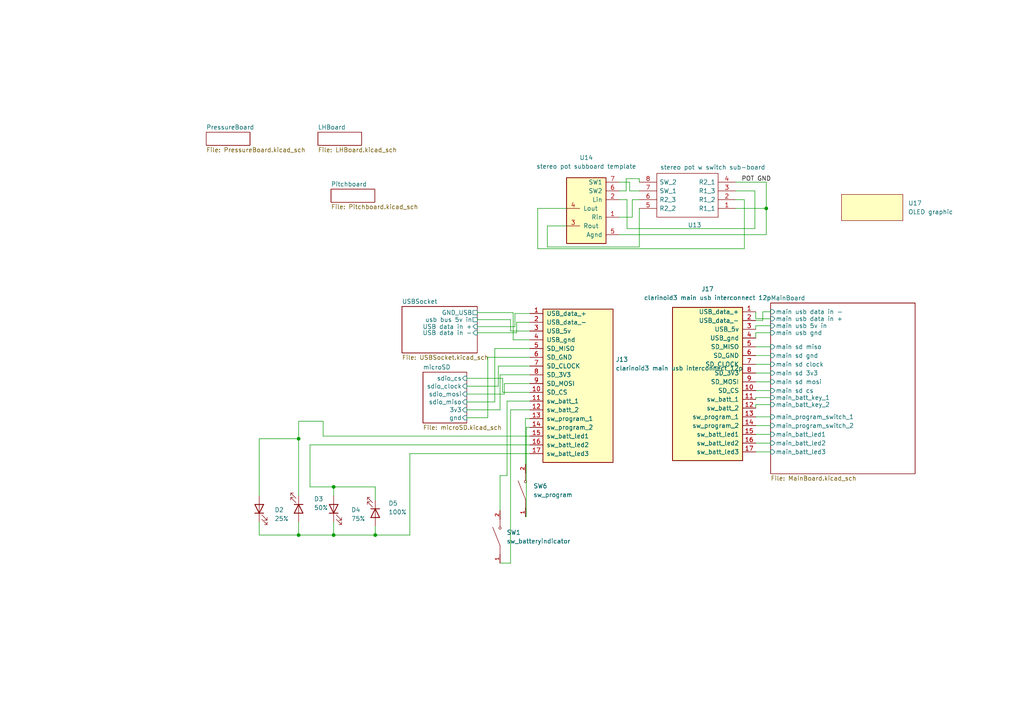
<source format=kicad_sch>
(kicad_sch (version 20211123) (generator eeschema)
  (paper "A4")
  (lib_symbols
    (symbol "Device:LED" (pin_numbers hide) (pin_names (offset 1.016) hide)
      (property "Reference" "D" (at 0 2.54 0))
      (property "Value" "LED" (at 0 -2.54 0))
      (symbol "LED_0_1"
        (polyline (pts (xy -1.27 -1.27) (xy -1.27 1.27)) (stroke (width 0.254)))
        (polyline (pts (xy -1.27 0) (xy 1.27 0)))
        (polyline (pts (xy 1.27 -1.27) (xy 1.27 1.27) (xy -1.27 0) (xy 1.27 -1.27)) (stroke (width 0.254)))
        (polyline (pts (xy -3.048 -0.762) (xy -4.572 -2.286) (xy -3.81 -2.286) (xy -4.572 -2.286) (xy -4.572 -1.524)))
        (polyline (pts (xy -1.778 -0.762) (xy -3.302 -2.286) (xy -2.54 -2.286) (xy -3.302 -2.286) (xy -3.302 -1.524)))
      )
      (symbol "LED_1_1"
        (pin passive line (at -3.81 0 0) (length 2.54) (name "K") (number "1"))
        (pin passive line (at 3.81 0 180) (length 2.54) (name "A") (number "2"))
      )
    )
    (symbol "SamacSys_Parts:PTR902-2020K-A103" (pin_names (offset 0.762))
      (property "Reference" "R" (at 24.13 7.62 0))
      (property "Value" "PTR902-2020K-A103" (at 24.13 5.08 0))
      (symbol "PTR902-2020K-A103_0_0"
        (pin passive line (at 0 0 0) (length 5.08) (name "R1_1") (number "1"))
        (pin passive line (at 0 -2.54 0) (length 5.08) (name "R1_2") (number "2"))
        (pin passive line (at 0 -5.08 0) (length 5.08) (name "R1_3") (number "3"))
        (pin passive line (at 0 -7.62 0) (length 5.08) (name "R2_1") (number "4"))
        (pin passive line (at 27.94 0 180) (length 5.08) (name "R2_2") (number "5"))
        (pin passive line (at 27.94 -2.54 180) (length 5.08) (name "R2_3") (number "6"))
        (pin passive line (at 27.94 -5.08 180) (length 5.08) (name "SW_1") (number "7"))
        (pin passive line (at 27.94 -7.62 180) (length 5.08) (name "SW_2") (number "8"))
      )
      (symbol "PTR902-2020K-A103_0_1"
        (polyline (pts (xy 5.08 2.54) (xy 22.86 2.54) (xy 22.86 -10.16) (xy 5.08 -10.16) (xy 5.08 2.54)) (stroke (width 0.1524)))
      )
    )
    (symbol "clarinoid2:Placeholder" (in_bom no)
      (property "Reference" "U" (at 0 0 0))
      (property "Value" "Placeholder" (at 0 -1.27 0))
      (symbol "Placeholder_0_1"
        (rectangle (start -8.89 2.54) (end 8.89 -5.08) (fill (type background)))
      )
    )
    (symbol "clarinoid2:StereoPot_SW_CommonAudioGND" (pin_names (offset 1.016))
      (property "Reference" "J" (at 0 10.16 0))
      (property "Value" "StereoPot_SW_CommonAudioGND" (at 2.54 -11.43 0))
      (symbol "StereoPot_SW_CommonAudioGND_1_1"
        (rectangle (start -1.27 8.89) (end 10.16 -10.16) (stroke (width 0.254)) (fill (type background)))
        (pin passive line (at -5.08 -2.54 0) (length 3.81) (name "Rin") (number "1"))
        (pin input line (at -5.08 2.54 0) (length 3.81) (name "Lin") (number "2"))
        (pin input line (at 10.16 -5.08 180) (length 3.81) (name "Rout") (number "3"))
        (pin output line (at 10.16 0 180) (length 3.81) (name "Lout") (number "4"))
        (pin output line (at -5.08 -7.62 0) (length 3.81) (name "Agnd") (number "5"))
        (pin passive line (at -5.08 5.08 0) (length 3.81) (name "SW2") (number "6"))
        (pin passive line (at -5.08 7.62 0) (length 3.81) (name "SW1") (number "7"))
      )
    )
    (symbol "clarinoid2:XKB tactile switch jlcpcb TS-1187A-B-A-B" (pin_names (offset 1.016) hide)
      (property "Reference" "S" (at -2.54 2.54 0))
      (property "Value" "XKB tactile switch jlcpcb TS-1187A-B-A-B" (at -2.54 -2.54 0))
      (symbol "XKB tactile switch jlcpcb TS-1187A-B-A-B_0_0"
        (polyline (pts (xy -2.54 0) (xy -5.08 0)) (stroke (width 0.1524)))
        (polyline (pts (xy -2.54 0) (xy 2.794 2.1336)) (stroke (width 0.1524)))
        (polyline (pts (xy 5.08 0) (xy 2.921 0)) (stroke (width 0.1524)))
        (circle (center 2.54 0) (radius 0.3302) (stroke (width 0.1524)))
        (pin passive line (at -7.62 0 0) (length 2.54) (name "~") (number "1"))
        (pin passive line (at 7.62 0 180) (length 2.54) (name "~") (number "2"))
      )
    )
    (symbol "clarinoid2:clarinoid3 main usb interconnect 17p" (pin_names (offset 1.016))
      (property "Reference" "J" (at 0 10.16 0))
      (property "Value" "clarinoid3 main usb interconnect 17p" (at 1.27 -31.75 0))
      (symbol "clarinoid3 main usb interconnect 17p_1_1"
        (rectangle (start -1.27 20.32) (end 19.05 -24.13) (stroke (width 0.254)) (fill (type background)))
        (pin passive line (at -5.08 19.05 0) (length 3.81) (name "USB_data_+") (number "1"))
        (pin passive line (at -5.08 -3.81 0) (length 3.81) (name "SD_CS") (number "10"))
        (pin passive line (at -5.08 -6.35 0) (length 3.81) (name "sw_batt_1") (number "11"))
        (pin passive line (at -5.08 -8.89 0) (length 3.81) (name "sw_batt_2") (number "12"))
        (pin passive line (at -5.08 -11.43 0) (length 3.81) (name "sw_program_1") (number "13"))
        (pin passive line (at -5.08 -13.97 0) (length 3.81) (name "sw_program_2") (number "14"))
        (pin passive line (at -5.08 -16.51 0) (length 3.81) (name "sw_batt_led1") (number "15"))
        (pin passive line (at -5.08 -19.05 0) (length 3.81) (name "sw_batt_led2") (number "16"))
        (pin passive line (at -5.08 -21.59 0) (length 3.81) (name "sw_batt_led3") (number "17"))
        (pin passive line (at -5.08 16.51 0) (length 3.81) (name "USB_data_-") (number "2"))
        (pin passive line (at -5.08 13.97 0) (length 3.81) (name "USB_5v") (number "3"))
        (pin passive line (at -5.08 11.43 0) (length 3.81) (name "USB_gnd") (number "4"))
        (pin passive line (at -5.08 8.89 0) (length 3.81) (name "SD_MISO") (number "5"))
        (pin passive line (at -5.08 6.35 0) (length 3.81) (name "SD_GND") (number "6"))
        (pin passive line (at -5.08 3.81 0) (length 3.81) (name "SD_CLOCK") (number "7"))
        (pin passive line (at -5.08 1.27 0) (length 3.81) (name "SD_3V3") (number "8"))
        (pin passive line (at -5.08 -1.27 0) (length 3.81) (name "SD_MOSI") (number "9"))
      )
    )
    (symbol "clarinoid3 main usb interconnect 17p_1" (pin_names (offset 1.016))
      (property "Reference" "J" (at 0 10.16 0))
      (property "Value" "clarinoid3 main usb interconnect 17p_1" (at 1.27 -31.75 0))
      (symbol "clarinoid3 main usb interconnect 17p_1_1_1"
        (rectangle (start -1.27 20.32) (end 19.05 -24.13) (stroke (width 0.254)) (fill (type background)))
        (pin passive line (at -5.08 19.05 0) (length 3.81) (name "USB_data_+") (number "1"))
        (pin passive line (at -5.08 -3.81 0) (length 3.81) (name "SD_CS") (number "10"))
        (pin passive line (at -5.08 -6.35 0) (length 3.81) (name "sw_batt_1") (number "11"))
        (pin passive line (at -5.08 -8.89 0) (length 3.81) (name "sw_batt_2") (number "12"))
        (pin passive line (at -5.08 -11.43 0) (length 3.81) (name "sw_program_1") (number "13"))
        (pin passive line (at -5.08 -13.97 0) (length 3.81) (name "sw_program_2") (number "14"))
        (pin passive line (at -5.08 -16.51 0) (length 3.81) (name "sw_batt_led1") (number "15"))
        (pin passive line (at -5.08 -19.05 0) (length 3.81) (name "sw_batt_led2") (number "16"))
        (pin passive line (at -5.08 -21.59 0) (length 3.81) (name "sw_batt_led3") (number "17"))
        (pin passive line (at -5.08 16.51 0) (length 3.81) (name "USB_data_-") (number "2"))
        (pin passive line (at -5.08 13.97 0) (length 3.81) (name "USB_5v") (number "3"))
        (pin passive line (at -5.08 11.43 0) (length 3.81) (name "USB_gnd") (number "4"))
        (pin passive line (at -5.08 8.89 0) (length 3.81) (name "SD_MISO") (number "5"))
        (pin passive line (at -5.08 6.35 0) (length 3.81) (name "SD_GND") (number "6"))
        (pin passive line (at -5.08 3.81 0) (length 3.81) (name "SD_CLOCK") (number "7"))
        (pin passive line (at -5.08 1.27 0) (length 3.81) (name "SD_3V3") (number "8"))
        (pin passive line (at -5.08 -1.27 0) (length 3.81) (name "SD_MOSI") (number "9"))
      )
    )
  )
  (junction (at 86.614 155.194))
  (junction (at 222.25 60.452))
  (junction (at 96.774 141.224))
  (junction (at 96.774 155.194))
  (junction (at 86.614 127.254))
  (junction (at 108.839 155.194))
  (wire (pts (xy 185.42 71.628) (xy 158.75 71.628)))
  (wire (pts (xy 141.478 103.632) (xy 153.67 103.632)))
  (wire (pts (xy 148.844 98.552) (xy 153.67 98.552)))
  (wire (pts (xy 89.916 129.032) (xy 153.67 129.032)))
  (wire (pts (xy 144.526 112.014) (xy 144.526 106.172)))
  (wire (pts (xy 222.25 68.072) (xy 179.578 68.072)))
  (wire (pts (xy 145.034 137.922) (xy 145.034 148.082)))
  (wire (pts (xy 96.774 141.224) (xy 96.774 143.764)))
  (wire (pts (xy 153.67 126.492) (xy 93.726 126.492)))
  (wire (pts (xy 219.202 110.744) (xy 223.52 110.744)))
  (wire (pts (xy 219.202 123.444) (xy 223.52 123.444)))
  (wire (pts (xy 75.184 155.194) (xy 86.614 155.194)))
  (wire (pts (xy 147.066 137.922) (xy 145.034 137.922)))
  (wire (pts (xy 96.774 155.194) (xy 108.839 155.194)))
  (wire (pts (xy 149.86 93.472) (xy 149.86 96.52)))
  (wire (pts (xy 152.4 121.412) (xy 152.4 134.62)))
  (wire (pts (xy 219.202 131.064) (xy 223.52 131.064)))
  (wire (pts (xy 219.202 108.204) (xy 223.52 108.204)))
  (wire (pts (xy 148.844 90.678) (xy 148.844 98.552)))
  (wire (pts (xy 145.034 108.712) (xy 153.67 108.712)))
  (wire (pts (xy 89.916 129.032) (xy 89.916 141.224)))
  (wire (pts (xy 155.956 72.136) (xy 155.956 60.452)))
  (wire (pts (xy 223.52 115.316) (xy 219.202 115.316)))
  (wire (pts (xy 219.202 105.664) (xy 223.52 105.664)))
  (wire (pts (xy 152.654 123.952) (xy 152.654 149.86)))
  (wire (pts (xy 222.25 52.832) (xy 213.36 52.832)))
  (wire (pts (xy 86.614 127.254) (xy 86.614 122.174)))
  (wire (pts (xy 144.526 106.172) (xy 153.67 106.172)))
  (wire (pts (xy 141.478 121.158) (xy 141.478 103.632)))
  (wire (pts (xy 148.082 118.872) (xy 153.67 118.872)))
  (wire (pts (xy 153.67 93.472) (xy 149.86 93.472)))
  (wire (pts (xy 179.578 62.992) (xy 183.388 62.992)))
  (wire (pts (xy 218.948 55.372) (xy 213.36 55.372)))
  (wire (pts (xy 223.52 90.424) (xy 221.234 90.424)))
  (wire (pts (xy 108.839 152.654) (xy 108.839 155.194)))
  (wire (pts (xy 185.42 51.816) (xy 185.42 52.832)))
  (wire (pts (xy 219.202 92.456) (xy 223.52 92.456)))
  (wire (pts (xy 218.948 66.294) (xy 218.948 55.372)))
  (wire (pts (xy 223.52 94.488) (xy 219.202 94.488)))
  (wire (pts (xy 213.36 57.912) (xy 215.9 57.912)))
  (wire (pts (xy 86.614 143.764) (xy 86.614 127.254)))
  (wire (pts (xy 135.382 109.728) (xy 145.796 109.728)))
  (wire (pts (xy 146.304 111.252) (xy 153.67 111.252)))
  (wire (pts (xy 148.082 96.012) (xy 153.67 96.012)))
  (wire (pts (xy 221.234 92.964) (xy 219.202 92.964)))
  (wire (pts (xy 135.382 114.3) (xy 146.304 114.3)))
  (wire (pts (xy 152.654 149.86) (xy 152.4 149.86)))
  (wire (pts (xy 108.839 145.034) (xy 108.839 141.224)))
  (wire (pts (xy 148.082 163.322) (xy 148.082 118.872)))
  (wire (pts (xy 222.25 60.452) (xy 222.25 68.072)))
  (wire (pts (xy 158.75 71.628) (xy 158.75 65.532)))
  (wire (pts (xy 153.67 131.572) (xy 118.872 131.572)))
  (wire (pts (xy 179.578 57.912) (xy 181.864 57.912)))
  (wire (pts (xy 155.956 60.452) (xy 164.338 60.452)))
  (wire (pts (xy 223.52 96.52) (xy 219.202 96.52)))
  (wire (pts (xy 89.916 141.224) (xy 96.774 141.224)))
  (wire (pts (xy 75.184 143.764) (xy 75.184 127.254)))
  (wire (pts (xy 135.382 118.872) (xy 145.034 118.872)))
  (wire (pts (xy 93.726 122.174) (xy 86.614 122.174)))
  (wire (pts (xy 138.43 92.71) (xy 148.082 92.71)))
  (wire (pts (xy 181.61 55.372) (xy 181.61 51.816)))
  (wire (pts (xy 145.796 109.728) (xy 145.796 113.792)))
  (wire (pts (xy 182.626 52.832) (xy 182.626 55.372)))
  (wire (pts (xy 222.25 60.452) (xy 222.25 52.832)))
  (wire (pts (xy 183.388 57.912) (xy 185.42 57.912)))
  (wire (pts (xy 219.202 117.348) (xy 219.202 118.364)))
  (wire (pts (xy 147.066 116.332) (xy 153.67 116.332)))
  (wire (pts (xy 181.864 57.912) (xy 181.864 66.294)))
  (wire (pts (xy 75.184 151.384) (xy 75.184 155.194)))
  (wire (pts (xy 223.52 117.348) (xy 219.202 117.348)))
  (wire (pts (xy 147.066 116.332) (xy 147.066 137.922)))
  (wire (pts (xy 108.839 155.194) (xy 118.872 155.194)))
  (wire (pts (xy 181.864 66.294) (xy 218.948 66.294)))
  (wire (pts (xy 213.36 60.452) (xy 222.25 60.452)))
  (wire (pts (xy 179.578 52.832) (xy 182.626 52.832)))
  (wire (pts (xy 215.9 57.912) (xy 215.9 72.136)))
  (wire (pts (xy 86.614 151.384) (xy 86.614 155.194)))
  (wire (pts (xy 153.67 123.952) (xy 152.654 123.952)))
  (wire (pts (xy 219.202 90.424) (xy 219.202 92.456)))
  (wire (pts (xy 145.034 118.872) (xy 145.034 108.712)))
  (wire (pts (xy 146.304 114.3) (xy 146.304 111.252)))
  (wire (pts (xy 219.202 96.52) (xy 219.202 98.044)))
  (wire (pts (xy 219.202 125.984) (xy 223.52 125.984)))
  (wire (pts (xy 183.388 62.992) (xy 183.388 57.912)))
  (wire (pts (xy 149.86 96.52) (xy 138.43 96.52)))
  (wire (pts (xy 153.67 121.412) (xy 152.4 121.412)))
  (wire (pts (xy 135.382 116.586) (xy 143.51 116.586)))
  (wire (pts (xy 135.382 121.158) (xy 141.478 121.158)))
  (wire (pts (xy 179.578 55.372) (xy 181.61 55.372)))
  (wire (pts (xy 96.774 151.384) (xy 96.774 155.194)))
  (wire (pts (xy 75.184 127.254) (xy 86.614 127.254)))
  (wire (pts (xy 158.75 65.532) (xy 164.338 65.532)))
  (wire (pts (xy 135.382 112.014) (xy 144.526 112.014)))
  (wire (pts (xy 93.726 126.492) (xy 93.726 122.174)))
  (wire (pts (xy 219.202 115.316) (xy 219.202 115.824)))
  (wire (pts (xy 219.202 103.124) (xy 223.52 103.124)))
  (wire (pts (xy 138.43 90.678) (xy 148.844 90.678)))
  (wire (pts (xy 148.082 92.71) (xy 148.082 96.012)))
  (wire (pts (xy 219.202 128.524) (xy 223.52 128.524)))
  (wire (pts (xy 215.9 72.136) (xy 155.956 72.136)))
  (wire (pts (xy 143.51 101.092) (xy 153.67 101.092)))
  (wire (pts (xy 145.796 113.792) (xy 153.67 113.792)))
  (wire (pts (xy 185.42 60.452) (xy 185.42 71.628)))
  (wire (pts (xy 138.43 94.742) (xy 149.352 94.742)))
  (wire (pts (xy 219.202 94.488) (xy 219.202 95.504)))
  (wire (pts (xy 96.774 141.224) (xy 108.839 141.224)))
  (wire (pts (xy 181.61 51.816) (xy 185.42 51.816)))
  (wire (pts (xy 149.352 94.742) (xy 149.352 90.932)))
  (wire (pts (xy 221.234 90.424) (xy 221.234 92.964)))
  (wire (pts (xy 182.626 55.372) (xy 185.42 55.372)))
  (wire (pts (xy 143.51 116.586) (xy 143.51 101.092)))
  (wire (pts (xy 118.872 131.572) (xy 118.872 155.194)))
  (wire (pts (xy 219.202 100.584) (xy 223.52 100.584)))
  (wire (pts (xy 86.614 155.194) (xy 96.774 155.194)))
  (wire (pts (xy 219.202 120.904) (xy 223.52 120.904)))
  (wire (pts (xy 149.352 90.932) (xy 153.67 90.932)))
  (wire (pts (xy 145.034 163.322) (xy 148.082 163.322)))
  (wire (pts (xy 219.202 113.284) (xy 223.52 113.284)))
  (label "POT GND" (at 215.0457 52.832 0))
  (symbol (lib_id "Device:LED") (at 86.614 147.574 270) (unit 1)
    (property "Reference" "D3" (at 91.059 144.7164 90) (effects (justify left)))
    (property "Value" "50%" (at 91.059 147.2564 90) (effects (justify left)))
    (property "Footprint" "LED_SMD:LED_0402_1005Metric" (effects hide))
    (property "LCSC part number" "C264424" (effects hide))
    (property "verif" "1" (effects hide))
  )
  (symbol (lib_id "clarinoid2:XKB tactile switch jlcpcb TS-1187A-B-A-B") (at 145.034 155.702 90) (unit 1)
    (property "Reference" "SW1" (at 146.939 154.4319 90) (effects (justify right)))
    (property "Value" "sw_batteryindicator" (at 146.939 156.9719 90) (effects (justify right)))
    (property "Footprint" "clarinoid2:XKB switch jlcpcb SW_TS-1187A-B-A-B" (effects hide))
    (property "LCSC part number" "C318884" (effects hide))
    (property "STANDARD" "Manufacturer Recommendations" (effects hide))
    (property "MANUFACTURER" "XKB Industrial Precision" (effects hide))
    (property "MAXIMUM_PACKAGE_HEIGHT" "1.5mm" (effects hide))
    (property "PARTREV" "A0" (effects hide))
    (property "verif" "1" (effects hide))
  )
  (symbol (lib_id "clarinoid2:clarinoid3 main usb interconnect 17p") (at 158.75 109.982 0) (unit 1)
    (property "Reference" "J13" (at 178.562 104.2669 0) (effects (justify left)))
    (property "Value" "clarinoid3 main usb interconnect 12p" (at 178.562 106.8069 0) (effects (justify left)))
    (property "Footprint" "clarinoid2:clarinoid 3 main sd interconnect castellated interconnect 17p" (effects hide))
  )
  (symbol (lib_name "clarinoid3 main usb interconnect 17p_1") (lib_id "clarinoid2:clarinoid3 main usb interconnect 17p") (at 214.122 109.474 0) (mirror y) (unit 1)
    (property "Reference" "J17" (at 205.232 83.82 0))
    (property "Value" "clarinoid3 main usb interconnect 12p" (at 205.232 86.36 0))
    (property "Footprint" "clarinoid2:clarinoid 3 main sd interconnect SM interconnect 17p" (effects hide))
  )
  (symbol (lib_id "Device:LED") (at 75.184 147.574 90) (unit 1)
    (property "Reference" "D2" (at 79.629 147.8914 90) (effects (justify right)))
    (property "Value" "25%" (at 79.629 150.4314 90) (effects (justify right)))
    (property "Footprint" "LED_SMD:LED_0402_1005Metric" (effects hide))
    (property "LCSC part number" "C264424" (effects hide))
    (property "verif" "1" (effects hide))
  )
  (symbol (lib_id "Device:LED") (at 108.839 148.844 270) (unit 1)
    (property "Reference" "D5" (at 112.649 145.9864 90) (effects (justify left)))
    (property "Value" "100%" (at 112.649 148.5264 90) (effects (justify left)))
    (property "Footprint" "LED_SMD:LED_0402_1005Metric" (effects hide))
    (property "LCSC part number" "C264424" (effects hide))
    (property "verif" "1" (effects hide))
  )
  (symbol (lib_id "SamacSys_Parts:PTR902-2020K-A103") (at 213.36 60.452 180) (unit 1)
    (property "Reference" "U13" (at 203.454 65.278 0) (effects (justify left)))
    (property "Value" "stereo pot w switch sub-board" (at 221.996 48.514 0) (effects (justify left)))
    (property "Footprint" "SamacSys_Parts:PTR902-2020K-A103" (effects hide))
    (property "Datasheet" "http://www.bourns.com/docs/Product-Datasheets/PTR90.pdf" (effects hide))
    (property "Description" "Potentiometers 10K AUDIO" (effects hide))
    (property "Mouser Part Number" "652-PTR902-2020KA103" (effects hide))
    (property "Mouser Price/Stock" "https://www.mouser.co.uk/ProductDetail/Bourns/PTR902-2020K-A103?qs=Qzws7J6gxqzqq9dgeyqnag%3D%3D" (effects hide))
    (property "Manufacturer_Name" "Bourns" (effects hide))
    (property "Manufacturer_Part_Number" "PTR902-2020K-A103" (effects hide))
  )
  (symbol (lib_id "Device:LED") (at 96.774 147.574 90) (unit 1)
    (property "Reference" "D4" (at 101.854 147.8914 90) (effects (justify right)))
    (property "Value" "75%" (at 101.854 150.4314 90) (effects (justify right)))
    (property "Footprint" "LED_SMD:LED_0402_1005Metric" (effects hide))
    (property "LCSC part number" "C264424" (effects hide))
    (property "verif" "1" (effects hide))
  )
  (symbol (lib_id "clarinoid2:Placeholder") (at 252.984 58.928 0) (unit 1) (in_bom no)
    (property "Reference" "U17" (at 263.398 58.9279 0) (effects (justify left)))
    (property "Value" "OLED graphic" (at 263.398 61.4679 0) (effects (justify left)))
    (property "Footprint" "clarinoid2:SSD1306_128x64_approximate" (effects hide))
  )
  (symbol (lib_id "clarinoid2:XKB tactile switch jlcpcb TS-1187A-B-A-B") (at 152.4 142.24 90) (unit 1)
    (property "Reference" "SW6" (at 154.686 140.9699 90) (effects (justify right)))
    (property "Value" "sw_program" (at 154.686 143.5099 90) (effects (justify right)))
    (property "Footprint" "clarinoid2:XKB switch jlcpcb SW_TS-1187A-B-A-B" (effects hide))
    (property "LCSC part number" "C318884" (effects hide))
    (property "STANDARD" "Manufacturer Recommendations" (effects hide))
    (property "MANUFACTURER" "XKB Industrial Precision" (effects hide))
    (property "MAXIMUM_PACKAGE_HEIGHT" "1.5mm" (effects hide))
    (property "PARTREV" "A0" (effects hide))
    (property "verif" "1" (effects hide))
  )
  (symbol (lib_id "clarinoid2:StereoPot_SW_CommonAudioGND") (at 174.498 60.452 0) (mirror y) (unit 1)
    (property "Reference" "U14" (at 170.053 45.72 0))
    (property "Value" "stereo pot subboard template" (at 170.053 48.26 0))
    (property "Footprint" "clarinoid2:Bourns_POT_PTR902-2020K-A103 Panel subboard template" (effects hide))
  )
  (sheet (at 96.012 54.864) (size 12.7 3.81) (stroke (width 0.1524))
    (property "Sheet name" "Pitchboard" (at 96.012 54.1524 0) (effects (justify left bottom)))
    (property "Sheet file" "Pitchboard.kicad_sch" (at 96.012 59.2586 0) (effects (justify left top)))
  )
  (sheet (at 223.52 87.884) (size 41.91 49.53) (stroke (width 0.1524))
    (property "Sheet name" "MainBoard" (at 223.52 87.1724 0) (effects (justify left bottom)))
    (property "Sheet file" "MainBoard.kicad_sch" (at 223.52 137.9986 0) (effects (justify left top)))
    (pin "main usb data in -" input (at 223.52 90.424 180))
    (pin "main usb gnd" input (at 223.52 96.52 180))
    (pin "main usb 5v in" input (at 223.52 94.488 180))
    (pin "main usb data in +" input (at 223.52 92.456 180))
    (pin "main sd miso" input (at 223.52 100.584 180))
    (pin "main sd mosi" input (at 223.52 110.744 180))
    (pin "main sd clock" input (at 223.52 105.664 180))
    (pin "main sd cs" input (at 223.52 113.284 180))
    (pin "main sd 3v3" input (at 223.52 108.204 180))
    (pin "main sd gnd" input (at 223.52 103.124 180))
    (pin "main_program_switch_1" input (at 223.52 120.904 180))
    (pin "main_program_switch_2" input (at 223.52 123.444 180))
    (pin "main_batt_key_1" input (at 223.52 115.316 180))
    (pin "main_batt_key_2" input (at 223.52 117.348 180))
    (pin "main_batt_led1" input (at 223.52 125.984 180))
    (pin "main_batt_led2" input (at 223.52 128.524 180))
    (pin "main_batt_led3" input (at 223.52 131.064 180))
  )
  (sheet (at 92.202 38.354) (size 12.7 3.81) (stroke (width 0.1524))
    (property "Sheet name" "LHBoard" (at 92.202 37.6424 0) (effects (justify left bottom)))
    (property "Sheet file" "LHBoard.kicad_sch" (at 92.202 42.7486 0) (effects (justify left top)))
  )
  (sheet (at 116.586 88.9) (size 21.844 13.462) (stroke (width 0.1524))
    (property "Sheet name" "USBSocket" (at 116.586 88.1884 0) (effects (justify left bottom)))
    (property "Sheet file" "USBSocket.kicad_sch" (at 116.586 102.9466 0) (effects (justify left top)))
    (pin "GND_USB" passive (at 138.43 90.678 0))
    (pin "usb bus 5v in" passive (at 138.43 92.71 0))
    (pin "USB data in +" input (at 138.43 94.742 0))
    (pin "USB data in -" input (at 138.43 96.52 0))
  )
  (sheet (at 122.682 107.95) (size 12.7 14.732) (stroke (width 0.1524))
    (property "Sheet name" "microSD" (at 122.682 107.2384 0) (effects (justify left bottom)))
    (property "Sheet file" "microSD.kicad_sch" (at 122.682 123.2666 0) (effects (justify left top)))
    (pin "sdio_miso" input (at 135.382 116.586 0))
    (pin "sdio_clock" input (at 135.382 112.014 0))
    (pin "sdio_mosi" input (at 135.382 114.3 0))
    (pin "gnd" input (at 135.382 121.158 0))
    (pin "sdio_cs" input (at 135.382 109.728 0))
    (pin "3v3" input (at 135.382 118.872 0))
  )
  (sheet (at 59.817 38.354) (size 12.7 3.81) (stroke (width 0.1524))
    (property "Sheet name" "PressureBoard" (at 59.817 37.6424 0) (effects (justify left bottom)))
    (property "Sheet file" "PressureBoard.kicad_sch" (at 59.817 42.7486 0) (effects (justify left top)))
  )
)
</source>
